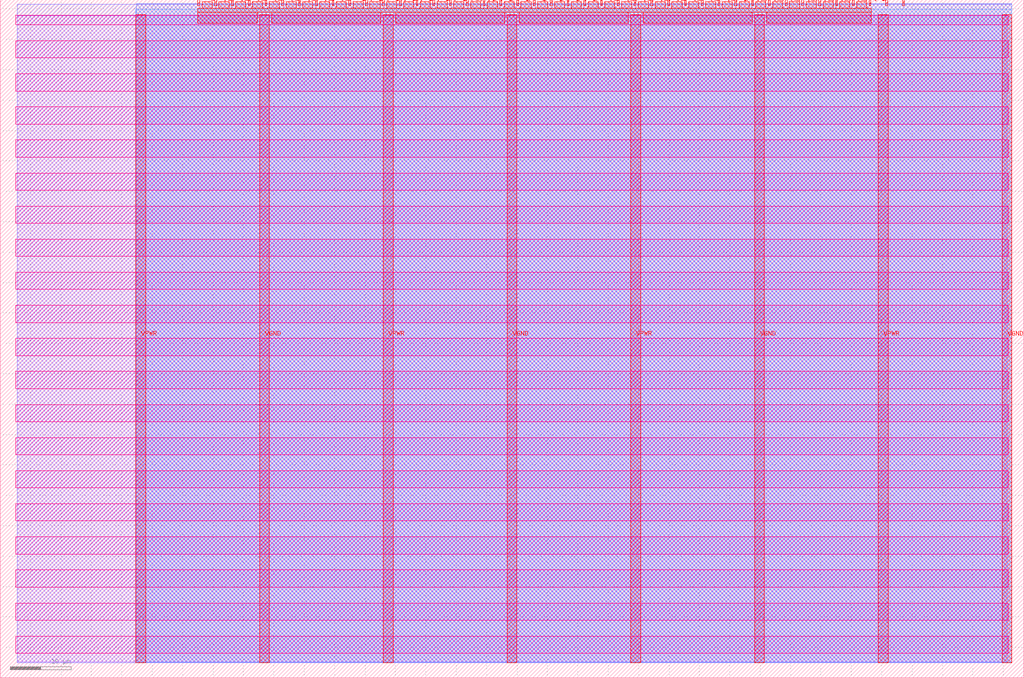
<source format=lef>
VERSION 5.7 ;
  NOWIREEXTENSIONATPIN ON ;
  DIVIDERCHAR "/" ;
  BUSBITCHARS "[]" ;
MACRO tt_um_wokwi_380409532780455937_dup
  CLASS BLOCK ;
  FOREIGN tt_um_wokwi_380409532780455937_dup ;
  ORIGIN 0.000 0.000 ;
  SIZE 168.360 BY 111.520 ;
  PIN VGND
    DIRECTION INOUT ;
    USE GROUND ;
    PORT
      LAYER met4 ;
        RECT 42.670 2.480 44.270 109.040 ;
    END
    PORT
      LAYER met4 ;
        RECT 83.380 2.480 84.980 109.040 ;
    END
    PORT
      LAYER met4 ;
        RECT 124.090 2.480 125.690 109.040 ;
    END
    PORT
      LAYER met4 ;
        RECT 164.800 2.480 166.400 109.040 ;
    END
  END VGND
  PIN VPWR
    DIRECTION INOUT ;
    USE POWER ;
    PORT
      LAYER met4 ;
        RECT 22.315 2.480 23.915 109.040 ;
    END
    PORT
      LAYER met4 ;
        RECT 63.025 2.480 64.625 109.040 ;
    END
    PORT
      LAYER met4 ;
        RECT 103.735 2.480 105.335 109.040 ;
    END
    PORT
      LAYER met4 ;
        RECT 144.445 2.480 146.045 109.040 ;
    END
  END VPWR
  PIN clk
    DIRECTION INPUT ;
    USE SIGNAL ;
    PORT
      LAYER met4 ;
        RECT 145.670 110.520 145.970 111.520 ;
    END
  END clk
  PIN ena
    DIRECTION INPUT ;
    USE SIGNAL ;
    PORT
      LAYER met4 ;
        RECT 148.430 110.520 148.730 111.520 ;
    END
  END ena
  PIN rst_n
    DIRECTION INPUT ;
    USE SIGNAL ;
    ANTENNAGATEAREA 0.196500 ;
    PORT
      LAYER met4 ;
        RECT 142.910 110.520 143.210 111.520 ;
    END
  END rst_n
  PIN ui_in[0]
    DIRECTION INPUT ;
    USE SIGNAL ;
    ANTENNAGATEAREA 0.196500 ;
    PORT
      LAYER met4 ;
        RECT 140.150 110.520 140.450 111.520 ;
    END
  END ui_in[0]
  PIN ui_in[1]
    DIRECTION INPUT ;
    USE SIGNAL ;
    ANTENNAGATEAREA 0.213000 ;
    PORT
      LAYER met4 ;
        RECT 137.390 110.520 137.690 111.520 ;
    END
  END ui_in[1]
  PIN ui_in[2]
    DIRECTION INPUT ;
    USE SIGNAL ;
    ANTENNAGATEAREA 0.196500 ;
    PORT
      LAYER met4 ;
        RECT 134.630 110.520 134.930 111.520 ;
    END
  END ui_in[2]
  PIN ui_in[3]
    DIRECTION INPUT ;
    USE SIGNAL ;
    ANTENNAGATEAREA 0.196500 ;
    PORT
      LAYER met4 ;
        RECT 131.870 110.520 132.170 111.520 ;
    END
  END ui_in[3]
  PIN ui_in[4]
    DIRECTION INPUT ;
    USE SIGNAL ;
    ANTENNAGATEAREA 0.196500 ;
    PORT
      LAYER met4 ;
        RECT 129.110 110.520 129.410 111.520 ;
    END
  END ui_in[4]
  PIN ui_in[5]
    DIRECTION INPUT ;
    USE SIGNAL ;
    ANTENNAGATEAREA 0.196500 ;
    PORT
      LAYER met4 ;
        RECT 126.350 110.520 126.650 111.520 ;
    END
  END ui_in[5]
  PIN ui_in[6]
    DIRECTION INPUT ;
    USE SIGNAL ;
    ANTENNAGATEAREA 0.196500 ;
    PORT
      LAYER met4 ;
        RECT 123.590 110.520 123.890 111.520 ;
    END
  END ui_in[6]
  PIN ui_in[7]
    DIRECTION INPUT ;
    USE SIGNAL ;
    ANTENNAGATEAREA 0.196500 ;
    PORT
      LAYER met4 ;
        RECT 120.830 110.520 121.130 111.520 ;
    END
  END ui_in[7]
  PIN uio_in[0]
    DIRECTION INPUT ;
    USE SIGNAL ;
    PORT
      LAYER met4 ;
        RECT 118.070 110.520 118.370 111.520 ;
    END
  END uio_in[0]
  PIN uio_in[1]
    DIRECTION INPUT ;
    USE SIGNAL ;
    PORT
      LAYER met4 ;
        RECT 115.310 110.520 115.610 111.520 ;
    END
  END uio_in[1]
  PIN uio_in[2]
    DIRECTION INPUT ;
    USE SIGNAL ;
    PORT
      LAYER met4 ;
        RECT 112.550 110.520 112.850 111.520 ;
    END
  END uio_in[2]
  PIN uio_in[3]
    DIRECTION INPUT ;
    USE SIGNAL ;
    PORT
      LAYER met4 ;
        RECT 109.790 110.520 110.090 111.520 ;
    END
  END uio_in[3]
  PIN uio_in[4]
    DIRECTION INPUT ;
    USE SIGNAL ;
    PORT
      LAYER met4 ;
        RECT 107.030 110.520 107.330 111.520 ;
    END
  END uio_in[4]
  PIN uio_in[5]
    DIRECTION INPUT ;
    USE SIGNAL ;
    PORT
      LAYER met4 ;
        RECT 104.270 110.520 104.570 111.520 ;
    END
  END uio_in[5]
  PIN uio_in[6]
    DIRECTION INPUT ;
    USE SIGNAL ;
    PORT
      LAYER met4 ;
        RECT 101.510 110.520 101.810 111.520 ;
    END
  END uio_in[6]
  PIN uio_in[7]
    DIRECTION INPUT ;
    USE SIGNAL ;
    PORT
      LAYER met4 ;
        RECT 98.750 110.520 99.050 111.520 ;
    END
  END uio_in[7]
  PIN uio_oe[0]
    DIRECTION OUTPUT TRISTATE ;
    USE SIGNAL ;
    PORT
      LAYER met4 ;
        RECT 51.830 110.520 52.130 111.520 ;
    END
  END uio_oe[0]
  PIN uio_oe[1]
    DIRECTION OUTPUT TRISTATE ;
    USE SIGNAL ;
    PORT
      LAYER met4 ;
        RECT 49.070 110.520 49.370 111.520 ;
    END
  END uio_oe[1]
  PIN uio_oe[2]
    DIRECTION OUTPUT TRISTATE ;
    USE SIGNAL ;
    PORT
      LAYER met4 ;
        RECT 46.310 110.520 46.610 111.520 ;
    END
  END uio_oe[2]
  PIN uio_oe[3]
    DIRECTION OUTPUT TRISTATE ;
    USE SIGNAL ;
    PORT
      LAYER met4 ;
        RECT 43.550 110.520 43.850 111.520 ;
    END
  END uio_oe[3]
  PIN uio_oe[4]
    DIRECTION OUTPUT TRISTATE ;
    USE SIGNAL ;
    PORT
      LAYER met4 ;
        RECT 40.790 110.520 41.090 111.520 ;
    END
  END uio_oe[4]
  PIN uio_oe[5]
    DIRECTION OUTPUT TRISTATE ;
    USE SIGNAL ;
    PORT
      LAYER met4 ;
        RECT 38.030 110.520 38.330 111.520 ;
    END
  END uio_oe[5]
  PIN uio_oe[6]
    DIRECTION OUTPUT TRISTATE ;
    USE SIGNAL ;
    PORT
      LAYER met4 ;
        RECT 35.270 110.520 35.570 111.520 ;
    END
  END uio_oe[6]
  PIN uio_oe[7]
    DIRECTION OUTPUT TRISTATE ;
    USE SIGNAL ;
    PORT
      LAYER met4 ;
        RECT 32.510 110.520 32.810 111.520 ;
    END
  END uio_oe[7]
  PIN uio_out[0]
    DIRECTION OUTPUT TRISTATE ;
    USE SIGNAL ;
    PORT
      LAYER met4 ;
        RECT 73.910 110.520 74.210 111.520 ;
    END
  END uio_out[0]
  PIN uio_out[1]
    DIRECTION OUTPUT TRISTATE ;
    USE SIGNAL ;
    PORT
      LAYER met4 ;
        RECT 71.150 110.520 71.450 111.520 ;
    END
  END uio_out[1]
  PIN uio_out[2]
    DIRECTION OUTPUT TRISTATE ;
    USE SIGNAL ;
    PORT
      LAYER met4 ;
        RECT 68.390 110.520 68.690 111.520 ;
    END
  END uio_out[2]
  PIN uio_out[3]
    DIRECTION OUTPUT TRISTATE ;
    USE SIGNAL ;
    PORT
      LAYER met4 ;
        RECT 65.630 110.520 65.930 111.520 ;
    END
  END uio_out[3]
  PIN uio_out[4]
    DIRECTION OUTPUT TRISTATE ;
    USE SIGNAL ;
    PORT
      LAYER met4 ;
        RECT 62.870 110.520 63.170 111.520 ;
    END
  END uio_out[4]
  PIN uio_out[5]
    DIRECTION OUTPUT TRISTATE ;
    USE SIGNAL ;
    PORT
      LAYER met4 ;
        RECT 60.110 110.520 60.410 111.520 ;
    END
  END uio_out[5]
  PIN uio_out[6]
    DIRECTION OUTPUT TRISTATE ;
    USE SIGNAL ;
    PORT
      LAYER met4 ;
        RECT 57.350 110.520 57.650 111.520 ;
    END
  END uio_out[6]
  PIN uio_out[7]
    DIRECTION OUTPUT TRISTATE ;
    USE SIGNAL ;
    PORT
      LAYER met4 ;
        RECT 54.590 110.520 54.890 111.520 ;
    END
  END uio_out[7]
  PIN uo_out[0]
    DIRECTION OUTPUT TRISTATE ;
    USE SIGNAL ;
    ANTENNADIFFAREA 0.795200 ;
    PORT
      LAYER met4 ;
        RECT 95.990 110.520 96.290 111.520 ;
    END
  END uo_out[0]
  PIN uo_out[1]
    DIRECTION OUTPUT TRISTATE ;
    USE SIGNAL ;
    ANTENNADIFFAREA 0.795200 ;
    PORT
      LAYER met4 ;
        RECT 93.230 110.520 93.530 111.520 ;
    END
  END uo_out[1]
  PIN uo_out[2]
    DIRECTION OUTPUT TRISTATE ;
    USE SIGNAL ;
    ANTENNADIFFAREA 0.445500 ;
    PORT
      LAYER met4 ;
        RECT 90.470 110.520 90.770 111.520 ;
    END
  END uo_out[2]
  PIN uo_out[3]
    DIRECTION OUTPUT TRISTATE ;
    USE SIGNAL ;
    ANTENNADIFFAREA 0.795200 ;
    PORT
      LAYER met4 ;
        RECT 87.710 110.520 88.010 111.520 ;
    END
  END uo_out[3]
  PIN uo_out[4]
    DIRECTION OUTPUT TRISTATE ;
    USE SIGNAL ;
    ANTENNADIFFAREA 0.445500 ;
    PORT
      LAYER met4 ;
        RECT 84.950 110.520 85.250 111.520 ;
    END
  END uo_out[4]
  PIN uo_out[5]
    DIRECTION OUTPUT TRISTATE ;
    USE SIGNAL ;
    ANTENNADIFFAREA 0.445500 ;
    PORT
      LAYER met4 ;
        RECT 82.190 110.520 82.490 111.520 ;
    END
  END uo_out[5]
  PIN uo_out[6]
    DIRECTION OUTPUT TRISTATE ;
    USE SIGNAL ;
    ANTENNADIFFAREA 0.445500 ;
    PORT
      LAYER met4 ;
        RECT 79.430 110.520 79.730 111.520 ;
    END
  END uo_out[6]
  PIN uo_out[7]
    DIRECTION OUTPUT TRISTATE ;
    USE SIGNAL ;
    ANTENNADIFFAREA 0.445500 ;
    PORT
      LAYER met4 ;
        RECT 76.670 110.520 76.970 111.520 ;
    END
  END uo_out[7]
  OBS
      LAYER nwell ;
        RECT 2.570 107.385 165.790 108.990 ;
        RECT 2.570 101.945 165.790 104.775 ;
        RECT 2.570 96.505 165.790 99.335 ;
        RECT 2.570 91.065 165.790 93.895 ;
        RECT 2.570 85.625 165.790 88.455 ;
        RECT 2.570 80.185 165.790 83.015 ;
        RECT 2.570 74.745 165.790 77.575 ;
        RECT 2.570 69.305 165.790 72.135 ;
        RECT 2.570 63.865 165.790 66.695 ;
        RECT 2.570 58.425 165.790 61.255 ;
        RECT 2.570 52.985 165.790 55.815 ;
        RECT 2.570 47.545 165.790 50.375 ;
        RECT 2.570 42.105 165.790 44.935 ;
        RECT 2.570 36.665 165.790 39.495 ;
        RECT 2.570 31.225 165.790 34.055 ;
        RECT 2.570 25.785 165.790 28.615 ;
        RECT 2.570 20.345 165.790 23.175 ;
        RECT 2.570 14.905 165.790 17.735 ;
        RECT 2.570 9.465 165.790 12.295 ;
        RECT 2.570 4.025 165.790 6.855 ;
      LAYER li1 ;
        RECT 2.760 2.635 165.600 108.885 ;
      LAYER met1 ;
        RECT 2.760 2.480 166.400 110.800 ;
      LAYER met2 ;
        RECT 22.345 2.535 166.370 110.830 ;
      LAYER met3 ;
        RECT 22.325 2.555 166.390 109.985 ;
      LAYER met4 ;
        RECT 33.210 110.120 34.870 111.170 ;
        RECT 35.970 110.120 37.630 111.170 ;
        RECT 38.730 110.120 40.390 111.170 ;
        RECT 41.490 110.120 43.150 111.170 ;
        RECT 44.250 110.120 45.910 111.170 ;
        RECT 47.010 110.120 48.670 111.170 ;
        RECT 49.770 110.120 51.430 111.170 ;
        RECT 52.530 110.120 54.190 111.170 ;
        RECT 55.290 110.120 56.950 111.170 ;
        RECT 58.050 110.120 59.710 111.170 ;
        RECT 60.810 110.120 62.470 111.170 ;
        RECT 63.570 110.120 65.230 111.170 ;
        RECT 66.330 110.120 67.990 111.170 ;
        RECT 69.090 110.120 70.750 111.170 ;
        RECT 71.850 110.120 73.510 111.170 ;
        RECT 74.610 110.120 76.270 111.170 ;
        RECT 77.370 110.120 79.030 111.170 ;
        RECT 80.130 110.120 81.790 111.170 ;
        RECT 82.890 110.120 84.550 111.170 ;
        RECT 85.650 110.120 87.310 111.170 ;
        RECT 88.410 110.120 90.070 111.170 ;
        RECT 91.170 110.120 92.830 111.170 ;
        RECT 93.930 110.120 95.590 111.170 ;
        RECT 96.690 110.120 98.350 111.170 ;
        RECT 99.450 110.120 101.110 111.170 ;
        RECT 102.210 110.120 103.870 111.170 ;
        RECT 104.970 110.120 106.630 111.170 ;
        RECT 107.730 110.120 109.390 111.170 ;
        RECT 110.490 110.120 112.150 111.170 ;
        RECT 113.250 110.120 114.910 111.170 ;
        RECT 116.010 110.120 117.670 111.170 ;
        RECT 118.770 110.120 120.430 111.170 ;
        RECT 121.530 110.120 123.190 111.170 ;
        RECT 124.290 110.120 125.950 111.170 ;
        RECT 127.050 110.120 128.710 111.170 ;
        RECT 129.810 110.120 131.470 111.170 ;
        RECT 132.570 110.120 134.230 111.170 ;
        RECT 135.330 110.120 136.990 111.170 ;
        RECT 138.090 110.120 139.750 111.170 ;
        RECT 140.850 110.120 142.510 111.170 ;
        RECT 32.495 109.440 143.225 110.120 ;
        RECT 32.495 107.615 42.270 109.440 ;
        RECT 44.670 107.615 62.625 109.440 ;
        RECT 65.025 107.615 82.980 109.440 ;
        RECT 85.380 107.615 103.335 109.440 ;
        RECT 105.735 107.615 123.690 109.440 ;
        RECT 126.090 107.615 143.225 109.440 ;
  END
END tt_um_wokwi_380409532780455937_dup
END LIBRARY


</source>
